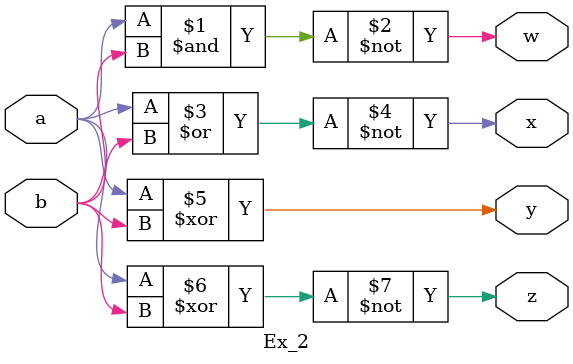
<source format=v>
`timescale 1ns / 1ps


module Ex_2(
    input a,
    input b,
    output w,
    output x,
    output y,
    output z
    );
    assign w = ~(a & b);
    assign x = ~(a | b);
    assign y = a ^ b;
    assign z = ~(a ^ b);
endmodule

</source>
